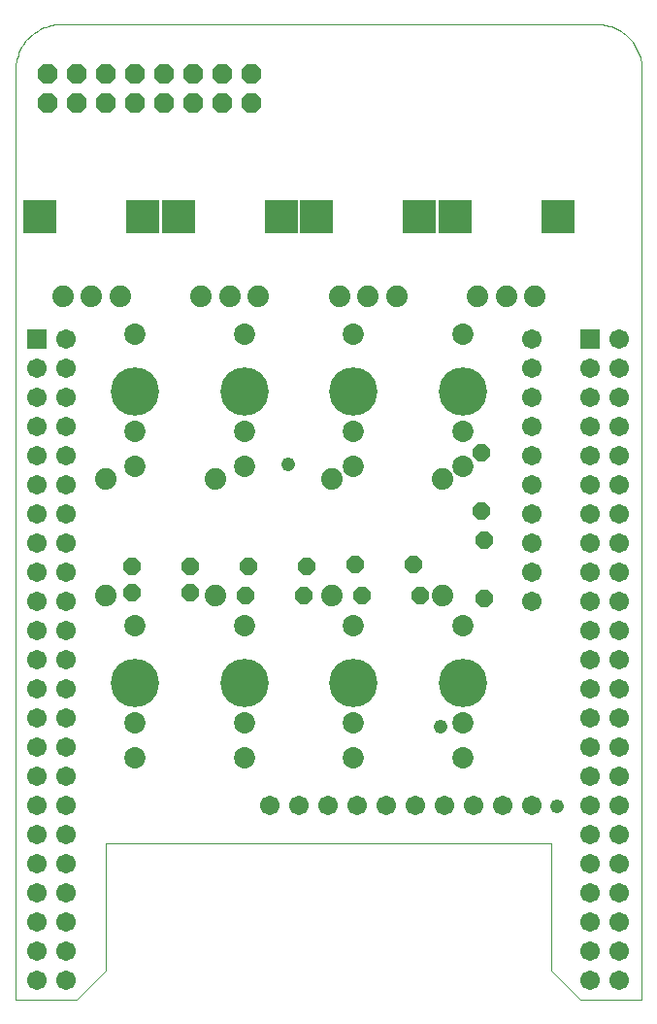
<source format=gbs>
G75*
%MOIN*%
%OFA0B0*%
%FSLAX24Y24*%
%IPPOS*%
%LPD*%
%AMOC8*
5,1,8,0,0,1.08239X$1,22.5*
%
%ADD10C,0.0000*%
%ADD11R,0.0674X0.0674*%
%ADD12C,0.0674*%
%ADD13C,0.0730*%
%ADD14C,0.1661*%
%ADD15OC8,0.0680*%
%ADD16OC8,0.0600*%
%ADD17C,0.0740*%
%ADD18R,0.1182X0.1182*%
%ADD19C,0.0476*%
D10*
X000135Y000200D02*
X002235Y000200D01*
X003235Y001200D01*
X003235Y005570D01*
X018535Y005570D01*
X018535Y001200D01*
X019535Y000200D01*
X021635Y000200D01*
X021635Y032070D01*
X021636Y032146D01*
X021632Y032222D01*
X021625Y032297D01*
X021614Y032372D01*
X021600Y032447D01*
X021582Y032521D01*
X021560Y032593D01*
X021535Y032665D01*
X021506Y032735D01*
X021474Y032804D01*
X021439Y032871D01*
X021400Y032936D01*
X021358Y032999D01*
X021313Y033061D01*
X021265Y033119D01*
X021215Y033176D01*
X021161Y033230D01*
X021105Y033281D01*
X021047Y033329D01*
X020986Y033375D01*
X020923Y033417D01*
X020858Y033457D01*
X020791Y033493D01*
X020723Y033525D01*
X020653Y033555D01*
X020582Y033581D01*
X020509Y033603D01*
X020436Y033622D01*
X020361Y033637D01*
X020286Y033648D01*
X020211Y033656D01*
X020135Y033660D01*
X001635Y033660D01*
X001557Y033656D01*
X001479Y033648D01*
X001402Y033636D01*
X001325Y033620D01*
X001249Y033600D01*
X001174Y033576D01*
X001101Y033549D01*
X001029Y033517D01*
X000959Y033483D01*
X000891Y033444D01*
X000824Y033403D01*
X000760Y033358D01*
X000698Y033309D01*
X000639Y033258D01*
X000583Y033204D01*
X000529Y033147D01*
X000478Y033087D01*
X000430Y033025D01*
X000386Y032961D01*
X000345Y032894D01*
X000307Y032826D01*
X000273Y032755D01*
X000242Y032683D01*
X000215Y032609D01*
X000192Y032535D01*
X000173Y032459D01*
X000157Y032382D01*
X000146Y032305D01*
X000138Y032227D01*
X000134Y032148D01*
X000135Y032070D01*
X000135Y000200D01*
D11*
X000875Y022850D03*
X019875Y022850D03*
D12*
X019875Y021850D03*
X019875Y020850D03*
X019875Y019850D03*
X019875Y018850D03*
X019875Y017850D03*
X019875Y016850D03*
X019875Y015850D03*
X019875Y014850D03*
X019875Y013850D03*
X019875Y012850D03*
X019875Y011850D03*
X019875Y010850D03*
X019875Y009850D03*
X019875Y008850D03*
X019875Y007850D03*
X019875Y006850D03*
X019875Y005850D03*
X019875Y004850D03*
X019875Y003850D03*
X019875Y002850D03*
X019875Y001850D03*
X019875Y000850D03*
X020875Y000850D03*
X020875Y001850D03*
X020875Y002850D03*
X020875Y003850D03*
X020875Y004850D03*
X020875Y005850D03*
X020875Y006850D03*
X020875Y007850D03*
X020875Y008850D03*
X020875Y009850D03*
X020875Y010850D03*
X020875Y011850D03*
X020875Y012850D03*
X020875Y013850D03*
X020875Y014850D03*
X020875Y015850D03*
X020875Y016850D03*
X020875Y017850D03*
X020875Y018850D03*
X020875Y019850D03*
X020875Y020850D03*
X020875Y021850D03*
X020875Y022850D03*
X017875Y022850D03*
X017875Y021850D03*
X017875Y020850D03*
X017875Y019850D03*
X017875Y018850D03*
X017875Y017850D03*
X017875Y016850D03*
X017875Y015850D03*
X017875Y014850D03*
X017875Y013850D03*
X017875Y006850D03*
X016875Y006850D03*
X015875Y006850D03*
X014875Y006850D03*
X013875Y006850D03*
X012875Y006850D03*
X011875Y006850D03*
X010875Y006850D03*
X009875Y006850D03*
X008875Y006850D03*
X001875Y006850D03*
X001875Y005850D03*
X001875Y004850D03*
X001875Y003850D03*
X001875Y002850D03*
X001875Y001850D03*
X001875Y000850D03*
X000875Y000850D03*
X000875Y001850D03*
X000875Y002850D03*
X000875Y003850D03*
X000875Y004850D03*
X000875Y005850D03*
X000875Y006850D03*
X000875Y007850D03*
X000875Y008850D03*
X000875Y009850D03*
X000875Y010850D03*
X000875Y011850D03*
X000875Y012850D03*
X000875Y013850D03*
X000875Y014850D03*
X000875Y015850D03*
X000875Y016850D03*
X000875Y017850D03*
X000875Y018850D03*
X000875Y019850D03*
X000875Y020850D03*
X000875Y021850D03*
X001875Y021850D03*
X001875Y020850D03*
X001875Y019850D03*
X001875Y018850D03*
X001875Y017850D03*
X001875Y016850D03*
X001875Y015850D03*
X001875Y014850D03*
X001875Y013850D03*
X001875Y012850D03*
X001875Y011850D03*
X001875Y010850D03*
X001875Y009850D03*
X001875Y008850D03*
X001875Y007850D03*
X001875Y022850D03*
D13*
X004235Y023039D03*
X004235Y019692D03*
X004235Y018511D03*
X004235Y013039D03*
X004235Y009692D03*
X004235Y008511D03*
X007985Y008511D03*
X007985Y009692D03*
X007985Y013039D03*
X007985Y018511D03*
X007985Y019692D03*
X007985Y023039D03*
X011735Y023039D03*
X011735Y019692D03*
X011735Y018511D03*
X011735Y013039D03*
X011735Y009692D03*
X011735Y008511D03*
X015485Y008511D03*
X015485Y009692D03*
X015485Y013039D03*
X015485Y018511D03*
X015485Y019692D03*
X015485Y023039D03*
D14*
X015485Y021070D03*
X011735Y021070D03*
X007985Y021070D03*
X004235Y021070D03*
X004235Y011070D03*
X007985Y011070D03*
X011735Y011070D03*
X015485Y011070D03*
D15*
X008235Y030970D03*
X008235Y031970D03*
X007235Y031970D03*
X007235Y030970D03*
X006235Y030970D03*
X006235Y031970D03*
X005235Y031970D03*
X005235Y030970D03*
X004235Y030970D03*
X004235Y031970D03*
X003235Y031970D03*
X003235Y030970D03*
X002235Y030970D03*
X002235Y031970D03*
X001235Y031970D03*
X001235Y030970D03*
D16*
X004135Y015070D03*
X004135Y014170D03*
X006135Y014170D03*
X006135Y015070D03*
X008035Y014070D03*
X008135Y015070D03*
X010135Y015070D03*
X010035Y014070D03*
X011785Y015120D03*
X012035Y014070D03*
X013785Y015120D03*
X014035Y014070D03*
X016235Y013970D03*
X016235Y015970D03*
X016135Y016970D03*
X016135Y018970D03*
D17*
X014785Y018070D03*
X014785Y014070D03*
X010985Y014070D03*
X010985Y018070D03*
X006985Y018070D03*
X006985Y014070D03*
X003235Y014070D03*
X003235Y018070D03*
X003719Y024314D03*
X002735Y024314D03*
X001751Y024314D03*
X006501Y024314D03*
X007485Y024314D03*
X008469Y024314D03*
X011251Y024314D03*
X012235Y024314D03*
X013219Y024314D03*
X016001Y024314D03*
X016985Y024314D03*
X017969Y024314D03*
D18*
X018757Y027070D03*
X015213Y027070D03*
X014007Y027070D03*
X010463Y027070D03*
X009257Y027070D03*
X005713Y027070D03*
X004507Y027070D03*
X000963Y027070D03*
D19*
X009485Y018570D03*
X014735Y009570D03*
X018735Y006820D03*
M02*

</source>
